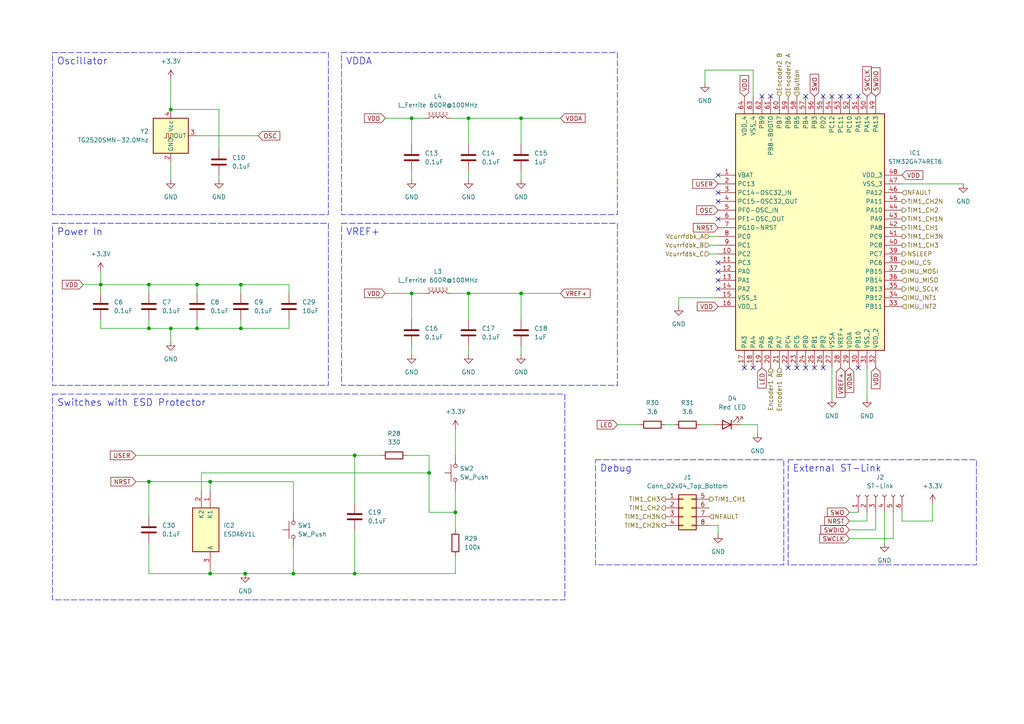
<source format=kicad_sch>
(kicad_sch (version 20250114) (generator "eeschema") (generator_version "9.0")
  (paper "A4")
  (lib_symbols
    (symbol "Connector:Conn_01x06_Socket" (pin_names (offset 1.016) (hide yes))
      (property "Reference" "J" (at 0 7.62 0))
      (property "Value" "Conn_01x06_Socket" (at 0 -10.16 0))
      (symbol "Conn_01x06_Socket_1_1"
        (polyline (pts (xy -1.27 5.08) (xy -0.508 5.08)) (stroke (width 0.1524)))
        (polyline (pts (xy -1.27 2.54) (xy -0.508 2.54)) (stroke (width 0.1524)))
        (polyline (pts (xy -1.27 0) (xy -0.508 0)) (stroke (width 0.1524)))
        (polyline (pts (xy -1.27 -2.54) (xy -0.508 -2.54)) (stroke (width 0.1524)))
        (polyline (pts (xy -1.27 -5.08) (xy -0.508 -5.08)) (stroke (width 0.1524)))
        (polyline (pts (xy -1.27 -7.62) (xy -0.508 -7.62)) (stroke (width 0.1524)))
        (arc (start 0 4.572) (mid -0.5058 5.08) (end 0 5.588) (stroke (width 0.1524)))
        (arc (start 0 2.032) (mid -0.5058 2.54) (end 0 3.048) (stroke (width 0.1524)))
        (arc (start 0 -0.508) (mid -0.5058 0) (end 0 0.508) (stroke (width 0.1524)))
        (arc (start 0 -3.048) (mid -0.5058 -2.54) (end 0 -2.032) (stroke (width 0.1524)))
        (arc (start 0 -5.588) (mid -0.5058 -5.08) (end 0 -4.572) (stroke (width 0.1524)))
        (arc (start 0 -8.128) (mid -0.5058 -7.62) (end 0 -7.112) (stroke (width 0.1524)))
        (pin passive line (at -5.08 5.08 0) (length 3.81) (name "Pin_1") (number "1"))
        (pin passive line (at -5.08 2.54 0) (length 3.81) (name "Pin_2") (number "2"))
        (pin passive line (at -5.08 0 0) (length 3.81) (name "Pin_3") (number "3"))
        (pin passive line (at -5.08 -2.54 0) (length 3.81) (name "Pin_4") (number "4"))
        (pin passive line (at -5.08 -5.08 0) (length 3.81) (name "Pin_5") (number "5"))
        (pin passive line (at -5.08 -7.62 0) (length 3.81) (name "Pin_6") (number "6"))
      )
    )
    (symbol "Connector_Generic:Conn_02x04_Top_Bottom" (pin_names (offset 1.016) (hide yes))
      (property "Reference" "J" (at 1.27 5.08 0))
      (property "Value" "Conn_02x04_Top_Bottom" (at 1.27 -7.62 0))
      (symbol "Conn_02x04_Top_Bottom_1_1"
        (rectangle (start -1.27 3.81) (end 3.81 -6.35) (stroke (width 0.254)) (fill (type background)))
        (rectangle (start -1.27 2.667) (end 0 2.413) (stroke (width 0.1524)))
        (rectangle (start -1.27 0.127) (end 0 -0.127) (stroke (width 0.1524)))
        (rectangle (start -1.27 -2.413) (end 0 -2.667) (stroke (width 0.1524)))
        (rectangle (start -1.27 -4.953) (end 0 -5.207) (stroke (width 0.1524)))
        (rectangle (start 3.81 2.667) (end 2.54 2.413) (stroke (width 0.1524)))
        (rectangle (start 3.81 0.127) (end 2.54 -0.127) (stroke (width 0.1524)))
        (rectangle (start 3.81 -2.413) (end 2.54 -2.667) (stroke (width 0.1524)))
        (rectangle (start 3.81 -4.953) (end 2.54 -5.207) (stroke (width 0.1524)))
        (pin passive line (at -5.08 2.54 0) (length 3.81) (name "Pin_1") (number "1"))
        (pin passive line (at -5.08 0 0) (length 3.81) (name "Pin_2") (number "2"))
        (pin passive line (at -5.08 -2.54 0) (length 3.81) (name "Pin_3") (number "3"))
        (pin passive line (at -5.08 -5.08 0) (length 3.81) (name "Pin_4") (number "4"))
        (pin passive line (at 7.62 2.54 180) (length 3.81) (name "Pin_5") (number "5"))
        (pin passive line (at 7.62 0 180) (length 3.81) (name "Pin_6") (number "6"))
        (pin passive line (at 7.62 -2.54 180) (length 3.81) (name "Pin_7") (number "7"))
        (pin passive line (at 7.62 -5.08 180) (length 3.81) (name "Pin_8") (number "8"))
      )
    )
    (symbol "Device:C" (pin_numbers (hide yes)) (pin_names (offset 0.254))
      (property "Reference" "C" (at 0.635 2.54 0))
      (property "Value" "C" (at 0.635 -2.54 0))
      (symbol "C_0_1"
        (polyline (pts (xy -2.032 0.762) (xy 2.032 0.762)) (stroke (width 0.508)))
        (polyline (pts (xy -2.032 -0.762) (xy 2.032 -0.762)) (stroke (width 0.508)))
      )
      (symbol "C_1_1"
        (pin passive line (at 0 3.81 270) (length 2.794) (name "~") (number "1"))
        (pin passive line (at 0 -3.81 90) (length 2.794) (name "~") (number "2"))
      )
    )
    (symbol "Device:LED" (pin_numbers (hide yes)) (pin_names (offset 1.016) (hide yes))
      (property "Reference" "D" (at 0 2.54 0))
      (property "Value" "LED" (at 0 -2.54 0))
      (symbol "LED_0_1"
        (polyline (pts (xy -3.048 -0.762) (xy -4.572 -2.286) (xy -3.81 -2.286) (xy -4.572 -2.286) (xy -4.572 -1.524)))
        (polyline (pts (xy -1.778 -0.762) (xy -3.302 -2.286) (xy -2.54 -2.286) (xy -3.302 -2.286) (xy -3.302 -1.524)))
        (polyline (pts (xy -1.27 0) (xy 1.27 0)))
        (polyline (pts (xy -1.27 -1.27) (xy -1.27 1.27)) (stroke (width 0.254)))
        (polyline (pts (xy 1.27 -1.27) (xy 1.27 1.27) (xy -1.27 0) (xy 1.27 -1.27)) (stroke (width 0.254)))
      )
      (symbol "LED_1_1"
        (pin passive line (at -3.81 0 0) (length 2.54) (name "K") (number "1"))
        (pin passive line (at 3.81 0 180) (length 2.54) (name "A") (number "2"))
      )
    )
    (symbol "Device:L_Ferrite" (pin_numbers (hide yes)) (pin_names (offset 1.016) (hide yes))
      (property "Reference" "L" (at -1.27 0 90))
      (property "Value" "L_Ferrite" (at 2.794 0 90))
      (symbol "L_Ferrite_0_1"
        (arc (start 0 2.54) (mid 0.6323 1.905) (end 0 1.27))
        (arc (start 0 1.27) (mid 0.6323 0.635) (end 0 0))
        (arc (start 0 0) (mid 0.6323 -0.635) (end 0 -1.27))
        (arc (start 0 -1.27) (mid 0.6323 -1.905) (end 0 -2.54))
        (polyline (pts (xy 1.016 2.286) (xy 1.016 2.794)))
        (polyline (pts (xy 1.016 1.27) (xy 1.016 1.778)))
        (polyline (pts (xy 1.016 0.254) (xy 1.016 0.762)))
        (polyline (pts (xy 1.016 -0.762) (xy 1.016 -0.254)))
        (polyline (pts (xy 1.016 -1.778) (xy 1.016 -1.27)))
        (polyline (pts (xy 1.016 -2.794) (xy 1.016 -2.286)))
        (polyline (pts (xy 1.524 2.794) (xy 1.524 2.286)))
        (polyline (pts (xy 1.524 1.778) (xy 1.524 1.27)))
        (polyline (pts (xy 1.524 0.762) (xy 1.524 0.254)))
        (polyline (pts (xy 1.524 -0.254) (xy 1.524 -0.762)))
        (polyline (pts (xy 1.524 -1.27) (xy 1.524 -1.778)))
        (polyline (pts (xy 1.524 -2.286) (xy 1.524 -2.794)))
      )
      (symbol "L_Ferrite_1_1"
        (pin passive line (at 0 3.81 270) (length 1.27) (name "1") (number "1"))
        (pin passive line (at 0 -3.81 90) (length 1.27) (name "2") (number "2"))
      )
    )
    (symbol "Device:R" (pin_numbers (hide yes)) (pin_names (offset 0))
      (property "Reference" "R" (at 2.032 0 90))
      (property "Value" "R" (at 0 0 90))
      (symbol "R_0_1"
        (rectangle (start -1.016 -2.54) (end 1.016 2.54) (stroke (width 0.254)))
      )
      (symbol "R_1_1"
        (pin passive line (at 0 3.81 270) (length 1.27) (name "~") (number "1"))
        (pin passive line (at 0 -3.81 90) (length 1.27) (name "~") (number "2"))
      )
    )
    (symbol "Oscillator:TG2520SMN-xx.xxxxxxMhz-xxxxNM"
      (property "Reference" "Y" (at -5.08 6.35 0))
      (property "Value" "TG2520SMN-xx.xxxxxxMhz-xxxxNM" (at 1.27 -6.35 0))
      (symbol "TG2520SMN-xx.xxxxxxMhz-xxxxNM_0_1"
        (rectangle (start -5.08 5.08) (end 5.08 -5.08) (stroke (width 0.254)) (fill (type background)))
        (polyline (pts (xy -1.905 -0.635) (xy -1.27 -0.635) (xy -1.27 0.635) (xy -0.635 0.635) (xy -0.635 -0.635) (xy 0 -0.635) (xy 0 0.635) (xy 0.635 0.635) (xy 0.635 -0.635)))
      )
      (symbol "TG2520SMN-xx.xxxxxxMhz-xxxxNM_1_1"
        (pin no_connect line (at -5.08 0 0) (length 2.54) (hide yes) (name "NC") (number "1"))
        (pin power_in line (at 0 7.62 270) (length 2.54) (name "Vcc") (number "4"))
        (pin power_in line (at 0 -7.62 90) (length 2.54) (name "GND") (number "2"))
        (pin output line (at 7.62 0 180) (length 2.54) (name "OUT") (number "3"))
      )
    )
    (symbol "SamacSys_Parts:ESDA6V1L"
      (property "Reference" "IC" (at 19.05 7.62 0))
      (property "Value" "ESDA6V1L" (at 19.05 5.08 0))
      (symbol "ESDA6V1L_1_1"
        (rectangle (start 5.08 2.54) (end 17.78 -5.08) (stroke (width 0.254)) (fill (type background)))
        (pin passive line (at 0 0 0) (length 5.08) (name "K1") (number "1"))
        (pin passive line (at 0 -2.54 0) (length 5.08) (name "K2") (number "2"))
        (pin passive line (at 22.86 0 180) (length 5.08) (name "A") (number "3"))
      )
    )
    (symbol "SamacSys_Parts:STM32G474RET6"
      (property "Reference" "IC" (at 49.53 22.86 0))
      (property "Value" "STM32G474RET6" (at 49.53 20.32 0))
      (symbol "STM32G474RET6_1_1"
        (rectangle (start 5.08 17.78) (end 48.26 -50.8) (stroke (width 0.254)) (fill (type background)))
        (pin passive line (at 0 0 0) (length 5.08) (name "VBAT") (number "1"))
        (pin passive line (at 0 -2.54 0) (length 5.08) (name "PC13") (number "2"))
        (pin passive line (at 0 -5.08 0) (length 5.08) (name "PC14-OSC32_IN") (number "3"))
        (pin passive line (at 0 -7.62 0) (length 5.08) (name "PC15-OSC32_OUT") (number "4"))
        (pin passive line (at 0 -10.16 0) (length 5.08) (name "PF0-OSC_IN") (number "5"))
        (pin passive line (at 0 -12.7 0) (length 5.08) (name "PF1-OSC_OUT") (number "6"))
        (pin passive line (at 0 -15.24 0) (length 5.08) (name "PG10-NRST") (number "7"))
        (pin passive line (at 0 -17.78 0) (length 5.08) (name "PC0") (number "8"))
        (pin passive line (at 0 -20.32 0) (length 5.08) (name "PC1") (number "9"))
        (pin passive line (at 0 -22.86 0) (length 5.08) (name "PC2") (number "10"))
        (pin passive line (at 0 -25.4 0) (length 5.08) (name "PC3") (number "11"))
        (pin passive line (at 0 -27.94 0) (length 5.08) (name "PA0") (number "12"))
        (pin passive line (at 0 -30.48 0) (length 5.08) (name "PA1") (number "13"))
        (pin passive line (at 0 -33.02 0) (length 5.08) (name "PA2") (number "14"))
        (pin passive line (at 0 -35.56 0) (length 5.08) (name "VSS_1") (number "15"))
        (pin passive line (at 0 -38.1 0) (length 5.08) (name "VDD_1") (number "16"))
        (pin passive line (at 7.62 22.86 270) (length 5.08) (name "VDD_4") (number "64"))
        (pin passive line (at 7.62 -55.88 90) (length 5.08) (name "PA3") (number "17"))
        (pin passive line (at 10.16 22.86 270) (length 5.08) (name "VSS_4") (number "63"))
        (pin passive line (at 10.16 -55.88 90) (length 5.08) (name "PA4") (number "18"))
        (pin passive line (at 12.7 22.86 270) (length 5.08) (name "PB9") (number "62"))
        (pin passive line (at 12.7 -55.88 90) (length 5.08) (name "PA5") (number "19"))
        (pin passive line (at 15.24 22.86 270) (length 5.08) (name "PB8-BOOT0") (number "61"))
        (pin passive line (at 15.24 -55.88 90) (length 5.08) (name "PA6") (number "20"))
        (pin passive line (at 17.78 22.86 270) (length 5.08) (name "PB7") (number "60"))
        (pin passive line (at 17.78 -55.88 90) (length 5.08) (name "PA7") (number "21"))
        (pin passive line (at 20.32 22.86 270) (length 5.08) (name "PB6") (number "59"))
        (pin passive line (at 20.32 -55.88 90) (length 5.08) (name "PC4") (number "22"))
        (pin passive line (at 22.86 22.86 270) (length 5.08) (name "PB5") (number "58"))
        (pin passive line (at 22.86 -55.88 90) (length 5.08) (name "PC5") (number "23"))
        (pin passive line (at 25.4 22.86 270) (length 5.08) (name "PB4") (number "57"))
        (pin passive line (at 25.4 -55.88 90) (length 5.08) (name "PB0") (number "24"))
        (pin passive line (at 27.94 22.86 270) (length 5.08) (name "PB3") (number "56"))
        (pin passive line (at 27.94 -55.88 90) (length 5.08) (name "PB1") (number "25"))
        (pin passive line (at 30.48 22.86 270) (length 5.08) (name "PD2") (number "55"))
        (pin passive line (at 30.48 -55.88 90) (length 5.08) (name "PB2") (number "26"))
        (pin passive line (at 33.02 22.86 270) (length 5.08) (name "PC12") (number "54"))
        (pin passive line (at 33.02 -55.88 90) (length 5.08) (name "VSSA") (number "27"))
        (pin passive line (at 35.56 22.86 270) (length 5.08) (name "PC11") (number "53"))
        (pin passive line (at 35.56 -55.88 90) (length 5.08) (name "VREF+") (number "28"))
        (pin passive line (at 38.1 22.86 270) (length 5.08) (name "PC10") (number "52"))
        (pin passive line (at 38.1 -55.88 90) (length 5.08) (name "VDDA") (number "29"))
        (pin passive line (at 40.64 22.86 270) (length 5.08) (name "PA15") (number "51"))
        (pin passive line (at 40.64 -55.88 90) (length 5.08) (name "PB10") (number "30"))
        (pin passive line (at 43.18 22.86 270) (length 5.08) (name "PA14") (number "50"))
        (pin passive line (at 43.18 -55.88 90) (length 5.08) (name "VSS_2") (number "31"))
        (pin passive line (at 45.72 22.86 270) (length 5.08) (name "PA13") (number "49"))
        (pin passive line (at 45.72 -55.88 90) (length 5.08) (name "VDD_2") (number "32"))
        (pin passive line (at 53.34 0 180) (length 5.08) (name "VDD_3") (number "48"))
        (pin passive line (at 53.34 -2.54 180) (length 5.08) (name "VSS_3") (number "47"))
        (pin passive line (at 53.34 -5.08 180) (length 5.08) (name "PA12") (number "46"))
        (pin passive line (at 53.34 -7.62 180) (length 5.08) (name "PA11") (number "45"))
        (pin passive line (at 53.34 -10.16 180) (length 5.08) (name "PA10") (number "44"))
        (pin passive line (at 53.34 -12.7 180) (length 5.08) (name "PA9") (number "43"))
        (pin passive line (at 53.34 -15.24 180) (length 5.08) (name "PA8") (number "42"))
        (pin passive line (at 53.34 -17.78 180) (length 5.08) (name "PC9") (number "41"))
        (pin passive line (at 53.34 -20.32 180) (length 5.08) (name "PC8") (number "40"))
        (pin passive line (at 53.34 -22.86 180) (length 5.08) (name "PC7") (number "39"))
        (pin passive line (at 53.34 -25.4 180) (length 5.08) (name "PC6") (number "38"))
        (pin passive line (at 53.34 -27.94 180) (length 5.08) (name "PB15") (number "37"))
        (pin passive line (at 53.34 -30.48 180) (length 5.08) (name "PB14") (number "36"))
        (pin passive line (at 53.34 -33.02 180) (length 5.08) (name "PB13") (number "35"))
        (pin passive line (at 53.34 -35.56 180) (length 5.08) (name "PB12") (number "34"))
        (pin passive line (at 53.34 -38.1 180) (length 5.08) (name "PB11") (number "33"))
      )
    )
    (symbol "Switch:SW_Push" (pin_numbers (hide yes)) (pin_names (offset 1.016) (hide yes))
      (property "Reference" "SW" (at 1.27 2.54 0))
      (property "Value" "SW_Push" (at 0 -1.524 0))
      (symbol "SW_Push_0_1"
        (circle (center -2.032 0) (radius 0.508))
        (polyline (pts (xy 0 1.27) (xy 0 3.048)))
        (circle (center 2.032 0) (radius 0.508))
        (polyline (pts (xy 2.54 1.27) (xy -2.54 1.27)))
        (pin passive line (at -5.08 0 0) (length 2.54) (name "1") (number "1"))
        (pin passive line (at 5.08 0 180) (length 2.54) (name "2") (number "2"))
      )
    )
    (symbol "power:+3.3V" (power) (pin_names (offset 0))
      (property "Value" "+3.3V" (at 0 3.556 0))
      (symbol "+3.3V_0_1"
        (polyline (pts (xy -0.762 1.27) (xy 0 2.54)))
        (polyline (pts (xy 0 2.54) (xy 0.762 1.27)))
        (polyline (pts (xy 0 0) (xy 0 2.54)))
      )
      (symbol "+3.3V_1_1"
        (pin power_in line (at 0 0 90) (length 0) (hide yes) (name "+3.3V") (number "1"))
      )
    )
    (symbol "power:GND" (power) (pin_names (offset 0))
      (property "Value" "GND" (at 0 -3.81 0))
      (symbol "GND_0_1"
        (polyline (pts (xy 0 0) (xy 0 -1.27) (xy 1.27 -1.27) (xy 0 -2.54) (xy -1.27 -1.27) (xy 0 -1.27)))
      )
      (symbol "GND_1_1"
        (pin power_in line (at 0 0 270) (length 0) (hide yes) (name "GND") (number "1"))
      )
    )
  )
  (rectangle (start 15.24 15.24) (end 95.25 62.23) (stroke (width 0) (type dash)))
  (rectangle (start 228.6 133.35) (end 283.21 163.83) (stroke (width 0) (type dash)))
  (rectangle (start 172.72 133.35) (end 227.33 163.83) (stroke (width 0) (type dash)))
  (rectangle (start 99.06 64.77) (end 179.07 111.76) (stroke (width 0) (type dash)))
  (rectangle (start 99.06 15.24) (end 179.07 62.23) (stroke (width 0) (type dash)))
  (rectangle (start 15.24 114.3) (end 163.83 173.99) (stroke (width 0) (type dash)))
  (rectangle (start 15.24 64.77) (end 95.25 111.76) (stroke (width 0) (type dash)))
  (text "External ST-Link" (at 229.87 137.16 0) (effects (font (size 2 2)) (justify left bottom)))
  (text "VREF+" (at 100.33 68.58 0) (effects (font (size 2 2)) (justify left bottom)))
  (text "Oscillator" (at 16.51 19.05 0) (effects (font (size 2 2)) (justify left bottom)))
  (text "Power In" (at 16.51 68.58 0) (effects (font (size 2 2)) (justify left bottom)))
  (text "Switches with ESD Protector" (at 16.51 118.11 0) (effects (font (size 2 2)) (justify left bottom)))
  (text "Debug" (at 173.99 137.16 0) (effects (font (size 2 2)) (justify left bottom)))
  (text "VDDA" (at 100.33 19.05 0) (effects (font (size 2 2)) (justify left bottom)))
  (junction (at 102.87 132.08))
  (junction (at 69.85 95.25))
  (junction (at 119.38 85.09))
  (junction (at 124.46 137.16))
  (junction (at 43.18 95.25))
  (junction (at 57.15 95.25))
  (junction (at 69.85 82.55))
  (junction (at 49.53 31.75))
  (junction (at 60.96 166.37))
  (junction (at 132.08 148.59))
  (junction (at 119.38 34.29))
  (junction (at 60.96 139.7))
  (junction (at 57.15 82.55))
  (junction (at 135.89 85.09))
  (junction (at 135.89 34.29))
  (junction (at 102.87 166.37))
  (junction (at 71.12 166.37))
  (junction (at 43.18 139.7))
  (junction (at 151.13 34.29))
  (junction (at 43.18 82.55))
  (junction (at 151.13 85.09))
  (junction (at 29.21 82.55))
  (junction (at 85.09 166.37))
  (junction (at 49.53 95.25))
  (no_connect (at 248.92 106.68))
  (no_connect (at 233.68 106.68))
  (no_connect (at 208.28 58.42))
  (no_connect (at 208.28 50.8))
  (no_connect (at 243.84 27.94))
  (no_connect (at 223.52 27.94))
  (no_connect (at 208.28 76.2))
  (no_connect (at 248.92 27.94))
  (no_connect (at 208.28 63.5))
  (no_connect (at 241.3 27.94))
  (no_connect (at 231.14 106.68))
  (no_connect (at 208.28 81.28))
  (no_connect (at 238.76 27.94))
  (no_connect (at 228.6 106.68))
  (no_connect (at 215.9 106.68))
  (no_connect (at 233.68 27.94))
  (no_connect (at 208.28 78.74))
  (no_connect (at 218.44 106.68))
  (no_connect (at 238.76 106.68))
  (no_connect (at 208.28 55.88))
  (no_connect (at 236.22 106.68))
  (no_connect (at 220.98 27.94))
  (no_connect (at 208.28 83.82))
  (no_connect (at 246.38 27.94))
  (wire (pts (xy 69.85 82.55) (xy 83.82 82.55)))
  (wire (pts (xy 63.5 31.75) (xy 63.5 43.18)))
  (wire (pts (xy 132.08 161.29) (xy 132.08 166.37)))
  (wire (pts (xy 119.38 85.09) (xy 123.19 85.09)))
  (wire (pts (xy 256.54 148.59) (xy 256.54 157.48)))
  (wire (pts (xy 251.46 106.68) (xy 251.46 115.57)))
  (wire (pts (xy 49.53 95.25) (xy 49.53 99.06)))
  (wire (pts (xy 111.76 34.29) (xy 119.38 34.29)))
  (wire (pts (xy 208.28 86.36) (xy 196.85 86.36)))
  (wire (pts (xy 49.53 22.86) (xy 49.53 31.75)))
  (wire (pts (xy 151.13 85.09) (xy 151.13 92.71)))
  (wire (pts (xy 135.89 49.53) (xy 135.89 52.07)))
  (wire (pts (xy 43.18 82.55) (xy 43.18 85.09)))
  (wire (pts (xy 246.38 156.21) (xy 259.08 156.21)))
  (wire (pts (xy 63.5 50.8) (xy 63.5 52.07)))
  (wire (pts (xy 246.38 151.13) (xy 251.46 151.13)))
  (wire (pts (xy 119.38 34.29) (xy 119.38 41.91)))
  (wire (pts (xy 261.62 53.34) (xy 279.4 53.34)))
  (wire (pts (xy 203.2 123.19) (xy 207.01 123.19)))
  (wire (pts (xy 179.07 123.19) (xy 185.42 123.19)))
  (wire (pts (xy 57.15 82.55) (xy 69.85 82.55)))
  (wire (pts (xy 119.38 85.09) (xy 119.38 92.71)))
  (wire (pts (xy 254 153.67) (xy 254 148.59)))
  (wire (pts (xy 85.09 158.75) (xy 85.09 166.37)))
  (wire (pts (xy 251.46 151.13) (xy 251.46 148.59)))
  (wire (pts (xy 208.28 152.4) (xy 205.74 152.4)))
  (wire (pts (xy 43.18 139.7) (xy 60.96 139.7)))
  (wire (pts (xy 218.44 20.32) (xy 218.44 27.94)))
  (wire (pts (xy 102.87 153.67) (xy 102.87 166.37)))
  (wire (pts (xy 135.89 85.09) (xy 135.89 92.71)))
  (wire (pts (xy 135.89 34.29) (xy 151.13 34.29)))
  (wire (pts (xy 261.62 148.59) (xy 261.62 151.13)))
  (wire (pts (xy 29.21 95.25) (xy 43.18 95.25)))
  (wire (pts (xy 102.87 166.37) (xy 132.08 166.37)))
  (wire (pts (xy 43.18 139.7) (xy 43.18 149.86)))
  (wire (pts (xy 57.15 39.37) (xy 74.93 39.37)))
  (wire (pts (xy 39.37 132.08) (xy 102.87 132.08)))
  (wire (pts (xy 71.12 166.37) (xy 60.96 166.37)))
  (wire (pts (xy 60.96 139.7) (xy 60.96 142.24)))
  (wire (pts (xy 119.38 100.33) (xy 119.38 102.87)))
  (wire (pts (xy 132.08 142.24) (xy 132.08 148.59)))
  (wire (pts (xy 60.96 166.37) (xy 43.18 166.37)))
  (wire (pts (xy 132.08 124.46) (xy 132.08 132.08)))
  (wire (pts (xy 83.82 82.55) (xy 83.82 85.09)))
  (wire (pts (xy 49.53 95.25) (xy 57.15 95.25)))
  (wire (pts (xy 204.47 20.32) (xy 218.44 20.32)))
  (wire (pts (xy 102.87 132.08) (xy 110.49 132.08)))
  (wire (pts (xy 57.15 82.55) (xy 57.15 85.09)))
  (wire (pts (xy 39.37 139.7) (xy 43.18 139.7)))
  (wire (pts (xy 111.76 85.09) (xy 119.38 85.09)))
  (wire (pts (xy 29.21 82.55) (xy 29.21 85.09)))
  (wire (pts (xy 261.62 151.13) (xy 270.51 151.13)))
  (wire (pts (xy 151.13 100.33) (xy 151.13 102.87)))
  (wire (pts (xy 246.38 153.67) (xy 254 153.67)))
  (wire (pts (xy 60.96 165.1) (xy 60.96 166.37)))
  (wire (pts (xy 196.85 86.36) (xy 196.85 88.9)))
  (wire (pts (xy 219.71 123.19) (xy 219.71 125.73)))
  (wire (pts (xy 69.85 82.55) (xy 69.85 85.09)))
  (wire (pts (xy 29.21 92.71) (xy 29.21 95.25)))
  (wire (pts (xy 119.38 34.29) (xy 123.19 34.29)))
  (wire (pts (xy 151.13 49.53) (xy 151.13 52.07)))
  (wire (pts (xy 119.38 49.53) (xy 119.38 52.07)))
  (wire (pts (xy 135.89 34.29) (xy 135.89 41.91)))
  (wire (pts (xy 205.74 73.66) (xy 208.28 73.66)))
  (wire (pts (xy 85.09 166.37) (xy 102.87 166.37)))
  (wire (pts (xy 85.09 139.7) (xy 85.09 148.59)))
  (wire (pts (xy 57.15 92.71) (xy 57.15 95.25)))
  (wire (pts (xy 43.18 92.71) (xy 43.18 95.25)))
  (wire (pts (xy 69.85 92.71) (xy 69.85 95.25)))
  (wire (pts (xy 130.81 85.09) (xy 135.89 85.09)))
  (wire (pts (xy 58.42 142.24) (xy 58.42 137.16)))
  (wire (pts (xy 270.51 151.13) (xy 270.51 146.05)))
  (wire (pts (xy 60.96 139.7) (xy 85.09 139.7)))
  (wire (pts (xy 29.21 78.74) (xy 29.21 82.55)))
  (wire (pts (xy 205.74 71.12) (xy 208.28 71.12)))
  (wire (pts (xy 246.38 148.59) (xy 248.92 148.59)))
  (wire (pts (xy 118.11 132.08) (xy 124.46 132.08)))
  (wire (pts (xy 151.13 85.09) (xy 162.56 85.09)))
  (wire (pts (xy 69.85 95.25) (xy 83.82 95.25)))
  (wire (pts (xy 49.53 46.99) (xy 49.53 52.07)))
  (wire (pts (xy 58.42 137.16) (xy 124.46 137.16)))
  (wire (pts (xy 135.89 85.09) (xy 151.13 85.09)))
  (wire (pts (xy 151.13 34.29) (xy 151.13 41.91)))
  (wire (pts (xy 193.04 123.19) (xy 195.58 123.19)))
  (wire (pts (xy 135.89 100.33) (xy 135.89 102.87)))
  (wire (pts (xy 205.74 68.58) (xy 208.28 68.58)))
  (wire (pts (xy 102.87 132.08) (xy 102.87 146.05)))
  (wire (pts (xy 208.28 154.94) (xy 208.28 152.4)))
  (wire (pts (xy 57.15 95.25) (xy 69.85 95.25)))
  (wire (pts (xy 49.53 31.75) (xy 63.5 31.75)))
  (wire (pts (xy 130.81 34.29) (xy 135.89 34.29)))
  (wire (pts (xy 124.46 137.16) (xy 124.46 148.59)))
  (wire (pts (xy 132.08 148.59) (xy 132.08 153.67)))
  (wire (pts (xy 24.13 82.55) (xy 29.21 82.55)))
  (wire (pts (xy 43.18 95.25) (xy 49.53 95.25)))
  (wire (pts (xy 204.47 24.13) (xy 204.47 20.32)))
  (wire (pts (xy 241.3 106.68) (xy 241.3 115.57)))
  (wire (pts (xy 151.13 34.29) (xy 162.56 34.29)))
  (wire (pts (xy 43.18 157.48) (xy 43.18 166.37)))
  (wire (pts (xy 214.63 123.19) (xy 219.71 123.19)))
  (wire (pts (xy 259.08 156.21) (xy 259.08 148.59)))
  (wire (pts (xy 29.21 82.55) (xy 43.18 82.55)))
  (wire (pts (xy 71.12 166.37) (xy 85.09 166.37)))
  (wire (pts (xy 43.18 82.55) (xy 57.15 82.55)))
  (wire (pts (xy 124.46 148.59) (xy 132.08 148.59)))
  (wire (pts (xy 124.46 137.16) (xy 124.46 132.08)))
  (wire (pts (xy 83.82 92.71) (xy 83.82 95.25)))
  (global_label "VDDA" (shape input) (at 246.38 106.68 270) (property "Intersheetrefs" "${INTERSHEET_REFS}" (effects (hide yes))))
  (global_label "VDD" (shape input) (at 261.62 50.8 0) (property "Intersheetrefs" "${INTERSHEET_REFS}" (effects (hide yes))))
  (global_label "SWDIO" (shape input) (at 246.38 153.67 180) (property "Intersheetrefs" "${INTERSHEET_REFS}" (effects (hide yes))))
  (global_label "SWO" (shape input) (at 236.22 27.94 90) (property "Intersheetrefs" "${INTERSHEET_REFS}" (effects (hide yes))))
  (global_label "SWCLK" (shape input) (at 246.38 156.21 180) (property "Intersheetrefs" "${INTERSHEET_REFS}" (effects (hide yes))))
  (global_label "SWDIO" (shape input) (at 254 27.94 90) (property "Intersheetrefs" "${INTERSHEET_REFS}" (effects (hide yes))))
  (global_label "VDD" (shape input) (at 111.76 85.09 180) (property "Intersheetrefs" "${INTERSHEET_REFS}" (effects (hide yes))))
  (global_label "USER" (shape input) (at 208.28 53.34 180) (property "Intersheetrefs" "${INTERSHEET_REFS}" (effects (hide yes))))
  (global_label "VDD" (shape input) (at 208.28 88.9 180) (property "Intersheetrefs" "${INTERSHEET_REFS}" (effects (hide yes))))
  (global_label "VREF+" (shape input) (at 243.84 106.68 270) (property "Intersheetrefs" "${INTERSHEET_REFS}" (effects (hide yes))))
  (global_label "NRST" (shape input) (at 246.38 151.13 180) (property "Intersheetrefs" "${INTERSHEET_REFS}" (effects (hide yes))))
  (global_label "NRST" (shape input) (at 39.37 139.7 180) (property "Intersheetrefs" "${INTERSHEET_REFS}" (effects (hide yes))))
  (global_label "LED" (shape input) (at 179.07 123.19 180) (property "Intersheetrefs" "${INTERSHEET_REFS}" (effects (hide yes))))
  (global_label "USER" (shape input) (at 39.37 132.08 180) (property "Intersheetrefs" "${INTERSHEET_REFS}" (effects (hide yes))))
  (global_label "VDD" (shape input) (at 254 106.68 270) (property "Intersheetrefs" "${INTERSHEET_REFS}" (effects (hide yes))))
  (global_label "VDD" (shape input) (at 111.76 34.29 180) (property "Intersheetrefs" "${INTERSHEET_REFS}" (effects (hide yes))))
  (global_label "OSC" (shape input) (at 208.28 60.96 180) (property "Intersheetrefs" "${INTERSHEET_REFS}" (effects (hide yes))))
  (global_label "VDD" (shape input) (at 24.13 82.55 180) (property "Intersheetrefs" "${INTERSHEET_REFS}" (effects (hide yes))))
  (global_label "VDD" (shape input) (at 215.9 27.94 90) (property "Intersheetrefs" "${INTERSHEET_REFS}" (effects (hide yes))))
  (global_label "VREF+" (shape input) (at 162.56 85.09 0) (property "Intersheetrefs" "${INTERSHEET_REFS}" (effects (hide yes))))
  (global_label "SWO" (shape input) (at 246.38 148.59 180) (property "Intersheetrefs" "${INTERSHEET_REFS}" (effects (hide yes))))
  (global_label "VDDA" (shape input) (at 162.56 34.29 0) (property "Intersheetrefs" "${INTERSHEET_REFS}" (effects (hide yes))))
  (global_label "NRST" (shape input) (at 208.28 66.04 180) (property "Intersheetrefs" "${INTERSHEET_REFS}" (effects (hide yes))))
  (global_label "LED" (shape input) (at 220.98 106.68 270) (property "Intersheetrefs" "${INTERSHEET_REFS}" (effects (hide yes))))
  (global_label "SWCLK" (shape input) (at 251.46 27.94 90) (property "Intersheetrefs" "${INTERSHEET_REFS}" (effects (hide yes))))
  (global_label "OSC" (shape input) (at 74.93 39.37 0) (property "Intersheetrefs" "${INTERSHEET_REFS}" (effects (hide yes))))
  (hierarchical_label "TIM1_CH1" (shape output) (at 205.74 144.78 0))
  (hierarchical_label "TIM1_CH2N" (shape output) (at 193.04 152.4 180))
  (hierarchical_label "TIM1_CH1" (shape output) (at 261.62 66.04 0))
  (hierarchical_label "Vcurrfdbk_A" (shape input) (at 205.74 68.58 180))
  (hierarchical_label "TIM1_CH2" (shape output) (at 261.62 60.96 0))
  (hierarchical_label "Button" (shape input) (at 231.14 27.94 90))
  (hierarchical_label "IMU_INT1" (shape input) (at 261.62 86.36 0))
  (hierarchical_label "IMU_INT2" (shape input) (at 261.62 88.9 0))
  (hierarchical_label "Encoder2 B" (shape input) (at 226.06 27.94 90))
  (hierarchical_label "Encoder1 A" (shape input) (at 223.52 106.68 270))
  (hierarchical_label "NFAULT" (shape input) (at 205.74 149.86 0))
  (hierarchical_label "TIM1_CH3N" (shape output) (at 193.04 149.86 180))
  (hierarchical_label "IMU_MISO" (shape input) (at 261.62 81.28 0))
  (hierarchical_label "Vcurrfdbk_B" (shape input) (at 205.74 71.12 180))
  (hierarchical_label "TIM1_CH3" (shape output) (at 261.62 71.12 0))
  (hierarchical_label "Encoder2 A" (shape input) (at 228.6 27.94 90))
  (hierarchical_label "TIM1_CH3N" (shape output) (at 261.62 68.58 0))
  (hierarchical_label "Vcurrfdbk_C" (shape input) (at 205.74 73.66 180))
  (hierarchical_label "TIM1_CH1N" (shape output) (at 261.62 63.5 0))
  (hierarchical_label "IMU_SCLK" (shape output) (at 261.62 83.82 0))
  (hierarchical_label "IMU_CS" (shape output) (at 261.62 76.2 0))
  (hierarchical_label "TIM1_CH2" (shape output) (at 193.04 147.32 180))
  (hierarchical_label "NSLEEP" (shape output) (at 261.62 73.66 0))
  (hierarchical_label "IMU_MOSI" (shape output) (at 261.62 78.74 0))
  (hierarchical_label "TIM1_CH2N" (shape output) (at 261.62 58.42 0))
  (hierarchical_label "NFAULT" (shape input) (at 261.62 55.88 0))
  (hierarchical_label "TIM1_CH3" (shape output) (at 193.04 144.78 180))
  (hierarchical_label "Encoder1 B" (shape input) (at 226.06 106.68 270))
  (symbol (lib_id "Device:C") (at 43.18 88.9 180) (unit 1)
    (property "Reference" "C7" (at 46.99 87.6299 0) (effects (justify right)))
    (property "Value" "0.1uF" (at 46.99 90.1699 0) (effects (justify right)))
    (property "Footprint" "Capacitor_SMD:C_0603_1608Metric" (effects (hide yes)))
    (property "Description" "Unpolarized capacitor" (effects (hide yes)))
  )
  (symbol (lib_id "Device:R") (at 189.23 123.19 90) (unit 1)
    (property "Reference" "R30" (at 189.23 116.84 90))
    (property "Value" "3.6" (at 189.23 119.38 90))
    (property "Footprint" "Resistor_SMD:R_0805_2012Metric" (effects (hide yes)))
    (property "Description" "Resistor" (effects (hide yes)))
  )
  (symbol (lib_id "Connector:Conn_01x06_Socket") (at 254 143.51 90) (unit 1)
    (property "Reference" "J2" (at 255.27 138.43 90))
    (property "Value" "ST-Link" (at 255.27 140.97 90))
    (property "Footprint" "Connector_JST:JST_EH_B6B-EH-A_1x06_P2.50mm_Vertical" (effects (hide yes)))
  )
  (symbol (lib_id "power:GND") (at 49.53 52.07 0) (unit 1)
    (property "Reference" "#PWR09" (effects (hide yes)))
    (property "Value" "GND" (at 49.53 57.15 0))
  )
  (symbol (lib_id "power:GND") (at 279.4 53.34 0) (unit 1)
    (property "Reference" "#PWR058" (effects (hide yes)))
    (property "Value" "GND" (at 279.4 58.42 0))
  )
  (symbol (lib_id "power:GND") (at 49.53 99.06 0) (unit 1)
    (property "Reference" "#PWR04" (effects (hide yes)))
    (property "Value" "GND" (at 49.53 104.14 0))
  )
  (symbol (lib_id "Device:C") (at 69.85 88.9 180) (unit 1)
    (property "Reference" "C9" (at 73.66 87.6299 0) (effects (justify right)))
    (property "Value" "0.1uF" (at 73.66 90.1699 0) (effects (justify right)))
    (property "Footprint" "Capacitor_SMD:C_0603_1608Metric" (effects (hide yes)))
    (property "Description" "Unpolarized capacitor" (effects (hide yes)))
  )
  (symbol (lib_id "power:GND") (at 256.54 157.48 0) (unit 1)
    (property "Reference" "#PWR028" (effects (hide yes)))
    (property "Value" "GND" (at 256.54 162.56 0))
  )
  (symbol (lib_id "Device:C") (at 151.13 96.52 0) (unit 1)
    (property "Reference" "C18" (at 154.94 95.2499 0) (effects (justify left)))
    (property "Value" "1uF" (at 154.94 97.7899 0) (effects (justify left)))
    (property "Footprint" "Capacitor_SMD:C_0603_1608Metric" (effects (hide yes)))
    (property "Description" "Unpolarized capacitor" (effects (hide yes)))
  )
  (symbol (lib_id "Device:R") (at 132.08 157.48 180) (unit 1)
    (property "Reference" "R29" (at 134.62 156.2099 0) (effects (justify right)))
    (property "Value" "100k" (at 134.62 158.7499 0) (effects (justify right)))
    (property "Footprint" "Resistor_SMD:R_0603_1608Metric" (effects (hide yes)))
    (property "Description" "Resistor" (effects (hide yes)))
  )
  (symbol (lib_id "Device:R") (at 199.39 123.19 90) (unit 1)
    (property "Reference" "R31" (at 199.39 116.84 90))
    (property "Value" "3.6" (at 199.39 119.38 90))
    (property "Footprint" "Resistor_SMD:R_0805_2012Metric" (effects (hide yes)))
    (property "Description" "Resistor" (effects (hide yes)))
  )
  (symbol (lib_id "power:GND") (at 151.13 102.87 0) (unit 1)
    (property "Reference" "#PWR018" (effects (hide yes)))
    (property "Value" "GND" (at 151.13 107.95 0))
  )
  (symbol (lib_id "power:+3.3V") (at 49.53 22.86 0) (unit 1)
    (property "Reference" "#PWR010" (effects (hide yes)))
    (property "Value" "+3.3V" (at 49.53 17.78 0))
  )
  (symbol (lib_id "Device:R") (at 114.3 132.08 90) (unit 1)
    (property "Reference" "R28" (at 114.3 125.73 90))
    (property "Value" "330" (at 114.3 128.27 90))
    (property "Footprint" "Resistor_SMD:R_0603_1608Metric" (effects (hide yes)))
    (property "Description" "Resistor" (effects (hide yes)))
  )
  (symbol (lib_id "Oscillator:TG2520SMN-xx.xxxxxxMhz-xxxxNM") (at 49.53 39.37 0) (unit 1)
    (property "Reference" "Y2" (at 43.18 38.0999 0) (effects (justify right)))
    (property "Value" "TG2520SMN-32.0Mhz" (at 43.18 40.6399 0) (effects (justify right)))
    (property "Footprint" "Oscillator:Oscillator_SMD_SeikoEpson_TG2520SMN-xxx-xxxxxx-4Pin_2.5x2.0mm" (effects (hide yes)))
    (property "Datasheet" "https://support.epson.biz/td/api/doc_check.php?dl=app_TG2520SMN&lang=en" (effects (hide yes)))
    (property "Description" "Crystal Oscillator Low Profile / High Stability TCXO" (effects (hide yes)))
  )
  (symbol (lib_id "power:GND") (at 135.89 102.87 0) (unit 1)
    (property "Reference" "#PWR017" (effects (hide yes)))
    (property "Value" "GND" (at 135.89 107.95 0))
  )
  (symbol (lib_id "power:GND") (at 135.89 52.07 0) (unit 1)
    (property "Reference" "#PWR014" (effects (hide yes)))
    (property "Value" "GND" (at 135.89 57.15 0))
  )
  (symbol (lib_id "Device:C") (at 29.21 88.9 180) (unit 1)
    (property "Reference" "C6" (at 33.02 87.6299 0) (effects (justify right)))
    (property "Value" "0.1uF" (at 33.02 90.1699 0) (effects (justify right)))
    (property "Footprint" "Capacitor_SMD:C_0603_1608Metric" (effects (hide yes)))
    (property "Description" "Unpolarized capacitor" (effects (hide yes)))
  )
  (symbol (lib_id "SamacSys_Parts:ESDA6V1L") (at 60.96 142.24 270) (unit 1)
    (property "Reference" "IC2" (at 64.77 152.3999 90) (effects (justify left)))
    (property "Value" "ESDA6V1L" (at 64.77 154.9399 90) (effects (justify left)))
    (property "Footprint" "SamacSys_Parts:SOT105P242X150-3N" (effects (hide yes)))
    (property "Datasheet" "http://www.st.com/web/en/resource/technical/document/datasheet/CD00002057.pdf" (effects (hide yes)))
    (property "Height" "1.5" (effects (hide yes)))
    (property "Mouser Part Number" "511-ESDA6V1L" (effects (hide yes)))
    (property "Mouser Price/Stock" "https://www.mouser.co.uk/ProductDetail/STMicroelectronics/ESDA6V1L?qs=EYQuxaDwR7%252BaNd55azzc7g%3D%3D" (effects (hide yes)))
    (property "Manufacturer_Name" "STMicroelectronics" (effects (hide yes)))
    (property "Manufacturer_Part_Number" "ESDA6V1L" (effects (hide yes)))
  )
  (symbol (lib_id "Device:C") (at 119.38 96.52 0) (unit 1)
    (property "Reference" "C16" (at 123.19 95.2499 0) (effects (justify left)))
    (property "Value" "0.1uF" (at 123.19 97.7899 0) (effects (justify left)))
    (property "Footprint" "Capacitor_SMD:C_0603_1608Metric" (effects (hide yes)))
    (property "Description" "Unpolarized capacitor" (effects (hide yes)))
  )
  (symbol (lib_id "power:GND") (at 251.46 115.57 0) (unit 1)
    (property "Reference" "#PWR06" (effects (hide yes)))
    (property "Value" "GND" (at 251.46 120.65 0))
  )
  (symbol (lib_id "Device:C") (at 119.38 45.72 0) (unit 1)
    (property "Reference" "C13" (at 123.19 44.4499 0) (effects (justify left)))
    (property "Value" "0.1uF" (at 123.19 46.9899 0) (effects (justify left)))
    (property "Footprint" "Capacitor_SMD:C_0603_1608Metric" (effects (hide yes)))
    (property "Description" "Unpolarized capacitor" (effects (hide yes)))
  )
  (symbol (lib_id "Device:C") (at 102.87 149.86 0) (unit 1)
    (property "Reference" "C19" (at 106.68 148.5899 0) (effects (justify left)))
    (property "Value" "0.1uF" (at 106.68 151.1299 0) (effects (justify left)))
    (property "Footprint" "Capacitor_SMD:C_0603_1608Metric" (effects (hide yes)))
    (property "Description" "Unpolarized capacitor" (effects (hide yes)))
  )
  (symbol (lib_id "Switch:SW_Push") (at 132.08 137.16 90) (unit 1)
    (property "Reference" "SW2" (at 133.35 135.8899 90) (effects (justify right)))
    (property "Value" "SW_Push" (at 133.35 138.4299 90) (effects (justify right)))
    (property "Footprint" "Button_Switch_SMD:SW_Tactile_SPST_NO_Straight_CK_PTS636Sx25SMTRLFS" (effects (hide yes)))
    (property "Description" "Push button switch, generic, two pins" (effects (hide yes)))
  )
  (symbol (lib_id "Device:L_Ferrite") (at 127 34.29 90) (unit 1)
    (property "Reference" "L4" (at 127 27.94 90))
    (property "Value" "L_Ferrite 600R@100MHz" (at 127 30.48 90))
    (property "Footprint" "Resistor_SMD:R_0603_1608Metric" (effects (hide yes)))
    (property "Description" "Inductor with ferrite core" (effects (hide yes)))
  )
  (symbol (lib_id "power:GND") (at 208.28 154.94 0) (unit 1)
    (property "Reference" "#PWR027" (effects (hide yes)))
    (property "Value" "GND" (at 208.28 160.02 0))
  )
  (symbol (lib_id "Device:L_Ferrite") (at 127 85.09 90) (unit 1)
    (property "Reference" "L3" (at 127 78.74 90))
    (property "Value" "L_Ferrite 600R@100MHz" (at 127 81.28 90))
    (property "Footprint" "Resistor_SMD:R_0603_1608Metric" (effects (hide yes)))
    (property "Description" "Inductor with ferrite core" (effects (hide yes)))
  )
  (symbol (lib_id "power:GND") (at 241.3 115.57 0) (unit 1)
    (property "Reference" "#PWR055" (effects (hide yes)))
    (property "Value" "GND" (at 241.3 120.65 0))
  )
  (symbol (lib_id "Device:LED") (at 210.82 123.19 180) (unit 1)
    (property "Reference" "D4" (at 212.4075 115.57 0))
    (property "Value" "Red LED" (at 212.4075 118.11 0))
    (property "Footprint" "LED_SMD:LED_0805_2012Metric" (effects (hide yes)))
    (property "Description" "Light emitting diode" (effects (hide yes)))
    (property "Sim.Pins" "1=K 2=A" (effects (hide yes)))
  )
  (symbol (lib_id "Device:C") (at 83.82 88.9 180) (unit 1)
    (property "Reference" "C29" (at 87.63 87.6299 0) (effects (justify right)))
    (property "Value" "10uF" (at 87.63 90.1699 0) (effects (justify right)))
    (property "Footprint" "Capacitor_SMD:C_0603_1608Metric" (effects (hide yes)))
    (property "Description" "Unpolarized capacitor" (effects (hide yes)))
  )
  (symbol (lib_id "Device:C") (at 63.5 46.99 0) (unit 1)
    (property "Reference" "C10" (at 67.31 45.7199 0) (effects (justify left)))
    (property "Value" "0.1uF" (at 67.31 48.2599 0) (effects (justify left)))
    (property "Footprint" "Capacitor_SMD:C_0603_1608Metric" (effects (hide yes)))
    (property "Description" "Unpolarized capacitor" (effects (hide yes)))
  )
  (symbol (lib_id "Device:C") (at 135.89 45.72 0) (unit 1)
    (property "Reference" "C14" (at 139.7 44.4499 0) (effects (justify left)))
    (property "Value" "0.1uF" (at 139.7 46.9899 0) (effects (justify left)))
    (property "Footprint" "Capacitor_SMD:C_0603_1608Metric" (effects (hide yes)))
    (property "Description" "Unpolarized capacitor" (effects (hide yes)))
  )
  (symbol (lib_id "Device:C") (at 135.89 96.52 0) (unit 1)
    (property "Reference" "C17" (at 139.7 95.2499 0) (effects (justify left)))
    (property "Value" "0.1uF" (at 139.7 97.7899 0) (effects (justify left)))
    (property "Footprint" "Capacitor_SMD:C_0603_1608Metric" (effects (hide yes)))
    (property "Description" "Unpolarized capacitor" (effects (hide yes)))
  )
  (symbol (lib_id "power:GND") (at 151.13 52.07 0) (unit 1)
    (property "Reference" "#PWR015" (effects (hide yes)))
    (property "Value" "GND" (at 151.13 57.15 0))
  )
  (symbol (lib_id "Connector_Generic:Conn_02x04_Top_Bottom") (at 198.12 147.32 0) (unit 1)
    (property "Reference" "J1" (at 199.39 138.43 0))
    (property "Value" "Conn_02x04_Top_Bottom" (at 199.39 140.97 0))
    (property "Footprint" "Connector_PinHeader_2.54mm:PinHeader_2x04_P2.54mm_Vertical" (effects (hide yes)))
  )
  (symbol (lib_id "Device:C") (at 43.18 153.67 0) (unit 1)
    (property "Reference" "C30" (at 46.99 152.3999 0) (effects (justify left)))
    (property "Value" "0.1uF" (at 46.99 154.9399 0) (effects (justify left)))
    (property "Footprint" "Capacitor_SMD:C_0603_1608Metric" (effects (hide yes)))
    (property "Description" "Unpolarized capacitor" (effects (hide yes)))
  )
  (symbol (lib_id "power:GND") (at 204.47 24.13 0) (unit 1)
    (property "Reference" "#PWR057" (effects (hide yes)))
    (property "Value" "GND" (at 204.47 29.21 0))
  )
  (symbol (lib_id "power:GND") (at 119.38 52.07 0) (unit 1)
    (property "Reference" "#PWR013" (effects (hide yes)))
    (property "Value" "GND" (at 119.38 57.15 0))
  )
  (symbol (lib_id "power:GND") (at 219.71 125.73 0) (unit 1)
    (property "Reference" "#PWR039" (effects (hide yes)))
    (property "Value" "GND" (at 219.71 130.81 0))
  )
  (symbol (lib_id "power:GND") (at 63.5 52.07 0) (unit 1)
    (property "Reference" "#PWR011" (effects (hide yes)))
    (property "Value" "GND" (at 63.5 57.15 0))
  )
  (symbol (lib_id "Device:C") (at 151.13 45.72 0) (unit 1)
    (property "Reference" "C15" (at 154.94 44.4499 0) (effects (justify left)))
    (property "Value" "1uF" (at 154.94 46.9899 0) (effects (justify left)))
    (property "Footprint" "Capacitor_SMD:C_0603_1608Metric" (effects (hide yes)))
    (property "Description" "Unpolarized capacitor" (effects (hide yes)))
  )
  (symbol (lib_id "Switch:SW_Push") (at 85.09 153.67 90) (unit 1)
    (property "Reference" "SW1" (at 86.36 152.3999 90) (effects (justify right)))
    (property "Value" "SW_Push" (at 86.36 154.9399 90) (effects (justify right)))
    (property "Footprint" "Button_Switch_SMD:SW_Tactile_SPST_NO_Straight_CK_PTS636Sx25SMTRLFS" (effects (hide yes)))
    (property "Description" "Push button switch, generic, two pins" (effects (hide yes)))
  )
  (symbol (lib_id "power:+3.3V") (at 270.51 146.05 0) (unit 1)
    (property "Reference" "#PWR029" (effects (hide yes)))
    (property "Value" "+3.3V" (at 270.51 140.97 0))
  )
  (symbol (lib_id "power:+3.3V") (at 29.21 78.74 0) (unit 1)
    (property "Reference" "#PWR05" (effects (hide yes)))
    (property "Value" "+3.3V" (at 29.21 73.66 0))
  )
  (symbol (lib_id "power:GND") (at 71.12 166.37 0) (unit 1)
    (property "Reference" "#PWR07" (effects (hide yes)))
    (property "Value" "GND" (at 71.12 171.45 0))
  )
  (symbol (lib_id "power:+3.3V") (at 132.08 124.46 0) (unit 1)
    (property "Reference" "#PWR08" (effects (hide yes)))
    (property "Value" "+3.3V" (at 132.08 119.38 0))
  )
  (symbol (lib_id "SamacSys_Parts:STM32G474RET6") (at 208.28 50.8 0) (unit 1)
    (property "Reference" "IC1" (at 265.43 44.3483 0))
    (property "Value" "STM32G474RET6" (at 265.43 46.8883 0))
    (property "Footprint" "SamacSys_Parts:QFP50P1200X1200X160-64N" (effects (hide yes)))
    (property "Datasheet" "https://www.st.com/resource/en/datasheet/stm32g474re.pdf" (effects (hide yes)))
    (property "Height" "1.6" (effects (hide yes)))
    (property "Mouser Part Number" "511-STM32G474RET6" (effects (hide yes)))
    (property "Mouser Price/Stock" "https://www.mouser.co.uk/ProductDetail/STMicroelectronics/STM32G474RET6?qs=PzGy0jfpSMvUBs7PMTDqlg%3D%3D" (effects (hide yes)))
    (property "Manufacturer_Name" "STMicroelectronics" (effects (hide yes)))
    (property "Manufacturer_Part_Number" "STM32G474RET6" (effects (hide yes)))
  )
  (symbol (lib_id "power:GND") (at 196.85 88.9 0) (unit 1)
    (property "Reference" "#PWR056" (effects (hide yes)))
    (property "Value" "GND" (at 196.85 93.98 0))
  )
  (symbol (lib_id "power:GND") (at 119.38 102.87 0) (unit 1)
    (property "Reference" "#PWR016" (effects (hide yes)))
    (property "Value" "GND" (at 119.38 107.95 0))
  )
  (symbol (lib_id "Device:C") (at 57.15 88.9 180) (unit 1)
    (property "Reference" "C8" (at 60.96 87.6299 0) (effects (justify right)))
    (property "Value" "0.1uF" (at 60.96 90.1699 0) (effects (justify right)))
    (property "Footprint" "Capacitor_SMD:C_0603_1608Metric" (effects (hide yes)))
    (property "Description" "Unpolarized capacitor" (effects (hide yes)))
  )
)
</source>
